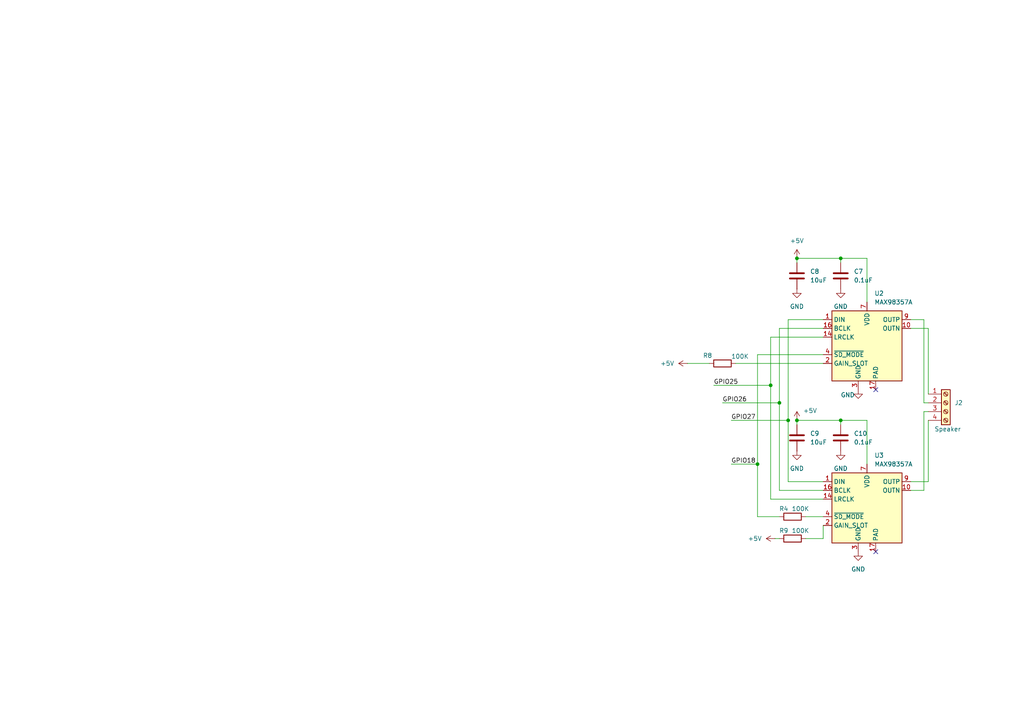
<source format=kicad_sch>
(kicad_sch (version 20250114) (generator "eeschema") (generator_version "9.0")
  (paper "A4")
  (lib_symbols
    (symbol "Audio:MAX98357A"
      (property "Reference" "U" (at -8.89 11.43 0))
      (property "Value" "MAX98357A" (at 10.16 11.43 0))
      (symbol "MAX98357A_1_1"
        (rectangle (start -10.16 10.16) (end 10.16 -10.16) (stroke (width 0.254)) (fill (type background)))
        (pin input line (at -12.7 7.62 0) (length 2.54) (name "DIN") (number "1"))
        (pin input line (at -12.7 5.08 0) (length 2.54) (name "BCLK") (number "16"))
        (pin input line (at -12.7 2.54 0) (length 2.54) (name "LRCLK") (number "14"))
        (pin input line (at -12.7 -2.54 0) (length 2.54) (name "~{SD_MODE}") (number "4"))
        (pin passive line (at -12.7 -5.08 0) (length 2.54) (name "GAIN_SLOT") (number "2"))
        (pin passive line (at -2.54 -12.7 90) (length 2.54) (hide yes) (name "GND") (number "11"))
        (pin passive line (at -2.54 -12.7 90) (length 2.54) (hide yes) (name "GND") (number "15"))
        (pin power_in line (at -2.54 -12.7 90) (length 2.54) (name "GND") (number "3"))
        (pin power_in line (at 0 12.7 270) (length 2.54) (name "VDD") (number "7"))
        (pin passive line (at 0 12.7 270) (length 2.54) (hide yes) (name "VDD") (number "8"))
        (pin unspecified line (at 2.54 -12.7 90) (length 2.54) (name "PAD") (number "17"))
        (pin no_connect line (at 10.16 2.54 180) (length 2.54) (hide yes) (name "NC") (number "5"))
        (pin no_connect line (at 10.16 0 180) (length 2.54) (hide yes) (name "NC") (number "6"))
        (pin no_connect line (at 10.16 -5.08 180) (length 2.54) (hide yes) (name "NC") (number "12"))
        (pin no_connect line (at 10.16 -7.62 180) (length 2.54) (hide yes) (name "NC") (number "13"))
        (pin output line (at 12.7 7.62 180) (length 2.54) (name "OUTP") (number "9"))
        (pin output line (at 12.7 5.08 180) (length 2.54) (name "OUTN") (number "10"))
      )
    )
    (symbol "Connector:Screw_Terminal_01x04" (pin_names (offset 1.016) (hide yes))
      (property "Reference" "J" (at 0 5.08 0))
      (property "Value" "Screw_Terminal_01x04" (at 0 -7.62 0))
      (symbol "Screw_Terminal_01x04_1_1"
        (rectangle (start -1.27 3.81) (end 1.27 -6.35) (stroke (width 0.254)) (fill (type background)))
        (polyline (pts (xy -0.5334 2.8702) (xy 0.3302 2.032)) (stroke (width 0.1524)))
        (polyline (pts (xy -0.5334 0.3302) (xy 0.3302 -0.508)) (stroke (width 0.1524)))
        (polyline (pts (xy -0.5334 -2.2098) (xy 0.3302 -3.048)) (stroke (width 0.1524)))
        (polyline (pts (xy -0.5334 -4.7498) (xy 0.3302 -5.588)) (stroke (width 0.1524)))
        (polyline (pts (xy -0.3556 3.048) (xy 0.508 2.2098)) (stroke (width 0.1524)))
        (polyline (pts (xy -0.3556 0.508) (xy 0.508 -0.3302)) (stroke (width 0.1524)))
        (polyline (pts (xy -0.3556 -2.032) (xy 0.508 -2.8702)) (stroke (width 0.1524)))
        (polyline (pts (xy -0.3556 -4.572) (xy 0.508 -5.4102)) (stroke (width 0.1524)))
        (circle (center 0 2.54) (radius 0.635) (stroke (width 0.1524)))
        (circle (center 0 0) (radius 0.635) (stroke (width 0.1524)))
        (circle (center 0 -2.54) (radius 0.635) (stroke (width 0.1524)))
        (circle (center 0 -5.08) (radius 0.635) (stroke (width 0.1524)))
        (pin passive line (at -5.08 2.54 0) (length 3.81) (name "Pin_1") (number "1"))
        (pin passive line (at -5.08 0 0) (length 3.81) (name "Pin_2") (number "2"))
        (pin passive line (at -5.08 -2.54 0) (length 3.81) (name "Pin_3") (number "3"))
        (pin passive line (at -5.08 -5.08 0) (length 3.81) (name "Pin_4") (number "4"))
      )
    )
    (symbol "Device:C" (pin_numbers (hide yes)) (pin_names (offset 0.254))
      (property "Reference" "C" (at 0.635 2.54 0))
      (property "Value" "C" (at 0.635 -2.54 0))
      (symbol "C_0_1"
        (polyline (pts (xy -2.032 0.762) (xy 2.032 0.762)) (stroke (width 0.508)))
        (polyline (pts (xy -2.032 -0.762) (xy 2.032 -0.762)) (stroke (width 0.508)))
      )
      (symbol "C_1_1"
        (pin passive line (at 0 3.81 270) (length 2.794) (name "~") (number "1"))
        (pin passive line (at 0 -3.81 90) (length 2.794) (name "~") (number "2"))
      )
    )
    (symbol "Device:R" (pin_numbers (hide yes)) (pin_names (offset 0))
      (property "Reference" "R" (at 2.032 0 90))
      (property "Value" "R" (at 0 0 90))
      (symbol "R_0_1"
        (rectangle (start -1.016 -2.54) (end 1.016 2.54) (stroke (width 0.254)))
      )
      (symbol "R_1_1"
        (pin passive line (at 0 3.81 270) (length 1.27) (name "~") (number "1"))
        (pin passive line (at 0 -3.81 90) (length 1.27) (name "~") (number "2"))
      )
    )
    (symbol "power:+5V" (power) (pin_numbers (hide yes)) (pin_names (offset 0) (hide yes))
      (property "Value" "+5V" (at 0 3.556 0))
      (symbol "+5V_0_1"
        (polyline (pts (xy -0.762 1.27) (xy 0 2.54)))
        (polyline (pts (xy 0 2.54) (xy 0.762 1.27)))
        (polyline (pts (xy 0 0) (xy 0 2.54)))
      )
      (symbol "+5V_1_1"
        (pin power_in line (at 0 0 90) (length 0) (name "~") (number "1"))
      )
    )
    (symbol "power:GND" (power) (pin_numbers (hide yes)) (pin_names (offset 0) (hide yes))
      (property "Value" "GND" (at 0 -3.81 0))
      (symbol "GND_0_1"
        (polyline (pts (xy 0 0) (xy 0 -1.27) (xy 1.27 -1.27) (xy 0 -2.54) (xy -1.27 -1.27) (xy 0 -1.27)))
      )
      (symbol "GND_1_1"
        (pin power_in line (at 0 0 270) (length 0) (name "~") (number "1"))
      )
    )
  )
  (junction (at 231.14 74.93))
  (junction (at 243.84 121.92))
  (junction (at 228.6 121.92))
  (junction (at 231.14 121.92))
  (junction (at 219.71 134.62))
  (junction (at 243.84 74.93))
  (junction (at 223.52 111.76))
  (junction (at 226.06 116.84))
  (no_connect (at 254 113.03))
  (no_connect (at 254 160.02))
  (wire (pts (xy 238.76 102.87) (xy 219.71 102.87)))
  (wire (pts (xy 267.97 116.84) (xy 269.24 116.84)))
  (wire (pts (xy 251.46 134.62) (xy 251.46 121.92)))
  (wire (pts (xy 231.14 74.93) (xy 231.14 76.2)))
  (wire (pts (xy 207.01 111.76) (xy 223.52 111.76)))
  (wire (pts (xy 212.09 134.62) (xy 219.71 134.62)))
  (wire (pts (xy 251.46 87.63) (xy 251.46 74.93)))
  (wire (pts (xy 238.76 152.4) (xy 238.76 156.21)))
  (wire (pts (xy 223.52 97.79) (xy 223.52 111.76)))
  (wire (pts (xy 228.6 139.7) (xy 238.76 139.7)))
  (wire (pts (xy 269.24 121.92) (xy 269.24 139.7)))
  (wire (pts (xy 238.76 92.71) (xy 228.6 92.71)))
  (wire (pts (xy 231.14 121.92) (xy 231.14 123.19)))
  (wire (pts (xy 238.76 95.25) (xy 226.06 95.25)))
  (wire (pts (xy 199.39 105.41) (xy 205.74 105.41)))
  (wire (pts (xy 243.84 74.93) (xy 243.84 76.2)))
  (wire (pts (xy 228.6 121.92) (xy 228.6 139.7)))
  (wire (pts (xy 267.97 119.38) (xy 267.97 142.24)))
  (wire (pts (xy 233.68 149.86) (xy 238.76 149.86)))
  (wire (pts (xy 209.55 116.84) (xy 226.06 116.84)))
  (wire (pts (xy 213.36 105.41) (xy 238.76 105.41)))
  (wire (pts (xy 264.16 142.24) (xy 267.97 142.24)))
  (wire (pts (xy 223.52 111.76) (xy 223.52 144.78)))
  (wire (pts (xy 219.71 102.87) (xy 219.71 134.62)))
  (wire (pts (xy 226.06 116.84) (xy 226.06 142.24)))
  (wire (pts (xy 238.76 156.21) (xy 233.68 156.21)))
  (wire (pts (xy 264.16 139.7) (xy 269.24 139.7)))
  (wire (pts (xy 226.06 95.25) (xy 226.06 116.84)))
  (wire (pts (xy 269.24 95.25) (xy 269.24 114.3)))
  (wire (pts (xy 231.14 121.92) (xy 243.84 121.92)))
  (wire (pts (xy 267.97 119.38) (xy 269.24 119.38)))
  (wire (pts (xy 226.06 142.24) (xy 238.76 142.24)))
  (wire (pts (xy 264.16 92.71) (xy 267.97 92.71)))
  (wire (pts (xy 228.6 92.71) (xy 228.6 121.92)))
  (wire (pts (xy 243.84 74.93) (xy 231.14 74.93)))
  (wire (pts (xy 243.84 121.92) (xy 251.46 121.92)))
  (wire (pts (xy 243.84 74.93) (xy 251.46 74.93)))
  (wire (pts (xy 224.79 156.21) (xy 226.06 156.21)))
  (wire (pts (xy 212.09 121.92) (xy 228.6 121.92)))
  (wire (pts (xy 243.84 121.92) (xy 243.84 123.19)))
  (wire (pts (xy 223.52 144.78) (xy 238.76 144.78)))
  (wire (pts (xy 219.71 134.62) (xy 219.71 149.86)))
  (wire (pts (xy 264.16 95.25) (xy 269.24 95.25)))
  (wire (pts (xy 238.76 97.79) (xy 223.52 97.79)))
  (wire (pts (xy 219.71 149.86) (xy 226.06 149.86)))
  (wire (pts (xy 267.97 92.71) (xy 267.97 116.84)))
  (label "GPIO26" (at 209.55 116.84 0))
  (label "GPIO27" (at 212.09 121.92 0))
  (label "GPIO18" (at 212.09 134.62 0))
  (label "GPIO25" (at 207.01 111.76 0))
  (symbol (lib_id "Audio:MAX98357A") (at 251.46 100.33 0) (unit 1)
    (property "Reference" "U2" (at 253.6033 85.09 0) (effects (justify left)))
    (property "Value" "MAX98357A" (at 253.6033 87.63 0) (effects (justify left)))
    (property "Footprint" "Package_DFN_QFN:TQFN-16-1EP_3x3mm_P0.5mm_EP1.23x1.23mm" (effects (hide yes)))
    (property "Datasheet" "https://www.analog.com/media/en/technical-documentation/data-sheets/MAX98357A-MAX98357B.pdf" (effects (hide yes)))
    (property "Description" "Mono DAC with amplifier, I2S, PCM, TDM, 32-bit, 96khz, 3.2W, TQFP-16" (effects (hide yes)))
  )
  (symbol (lib_id "power:GND") (at 248.92 113.03 0) (unit 1)
    (property "Reference" "#PWR021" (effects (hide yes)))
    (property "Value" "GND" (at 245.872 114.554 0))
    (property "Description" "Power symbol creates a global label with name \"GND\" , ground" (effects (hide yes)))
  )
  (symbol (lib_id "power:GND") (at 243.84 130.81 0) (unit 1)
    (property "Reference" "#PWR024" (effects (hide yes)))
    (property "Value" "GND" (at 243.84 135.89 0))
    (property "Description" "Power symbol creates a global label with name \"GND\" , ground" (effects (hide yes)))
  )
  (symbol (lib_id "power:+5V") (at 231.14 74.93 0) (unit 1)
    (property "Reference" "#PWR018" (effects (hide yes)))
    (property "Value" "+5V" (at 231.14 69.85 0))
    (property "Description" "Power symbol creates a global label with name \"+5V\"" (effects (hide yes)))
  )
  (symbol (lib_id "Device:C") (at 231.14 80.01 0) (unit 1)
    (property "Reference" "C8" (at 234.95 78.7399 0) (effects (justify left)))
    (property "Value" "10uF" (at 234.95 81.2799 0) (effects (justify left)))
    (property "Footprint" "Capacitor_SMD:C_0805_2012Metric" (effects (hide yes)))
    (property "Description" "Unpolarized capacitor" (effects (hide yes)))
  )
  (symbol (lib_id "power:GND") (at 231.14 83.82 0) (unit 1)
    (property "Reference" "#PWR016" (effects (hide yes)))
    (property "Value" "GND" (at 231.14 88.9 0))
    (property "Description" "Power symbol creates a global label with name \"GND\" , ground" (effects (hide yes)))
  )
  (symbol (lib_id "power:+5V") (at 199.39 105.41 90) (unit 1)
    (property "Reference" "#PWR019" (effects (hide yes)))
    (property "Value" "+5V" (at 195.58 105.4099 90) (effects (justify left)))
    (property "Description" "Power symbol creates a global label with name \"+5V\"" (effects (hide yes)))
  )
  (symbol (lib_id "power:GND") (at 231.14 130.81 0) (unit 1)
    (property "Reference" "#PWR023" (effects (hide yes)))
    (property "Value" "GND" (at 231.14 135.89 0))
    (property "Description" "Power symbol creates a global label with name \"GND\" , ground" (effects (hide yes)))
  )
  (symbol (lib_id "Device:R") (at 229.87 156.21 90) (unit 1)
    (property "Reference" "R9" (at 227.33 153.924 90))
    (property "Value" "100K" (at 232.156 153.924 90))
    (property "Footprint" "Resistor_SMD:R_0805_2012Metric" (effects (hide yes)))
    (property "Description" "Resistor" (effects (hide yes)))
  )
  (symbol (lib_id "Device:R") (at 209.55 105.41 90) (unit 1)
    (property "Reference" "R8" (at 205.232 103.124 90))
    (property "Value" "100K" (at 214.63 103.378 90))
    (property "Footprint" "Resistor_SMD:R_0805_2012Metric" (effects (hide yes)))
    (property "Description" "Resistor" (effects (hide yes)))
  )
  (symbol (lib_id "power:+5V") (at 224.79 156.21 90) (unit 1)
    (property "Reference" "#PWR020" (effects (hide yes)))
    (property "Value" "+5V" (at 220.98 156.2099 90) (effects (justify left)))
    (property "Description" "Power symbol creates a global label with name \"+5V\"" (effects (hide yes)))
  )
  (symbol (lib_id "Device:C") (at 243.84 127 0) (unit 1)
    (property "Reference" "C10" (at 247.65 125.7299 0) (effects (justify left)))
    (property "Value" "0.1uF" (at 247.65 128.2699 0) (effects (justify left)))
    (property "Footprint" "Capacitor_SMD:C_0805_2012Metric" (effects (hide yes)))
    (property "Description" "Unpolarized capacitor" (effects (hide yes)))
  )
  (symbol (lib_id "power:+5V") (at 231.14 121.92 0) (unit 1)
    (property "Reference" "#PWR025" (effects (hide yes)))
    (property "Value" "+5V" (at 234.95 119.126 0))
    (property "Description" "Power symbol creates a global label with name \"+5V\"" (effects (hide yes)))
  )
  (symbol (lib_id "power:GND") (at 243.84 83.82 0) (unit 1)
    (property "Reference" "#PWR017" (effects (hide yes)))
    (property "Value" "GND" (at 243.84 88.9 0))
    (property "Description" "Power symbol creates a global label with name \"GND\" , ground" (effects (hide yes)))
  )
  (symbol (lib_id "Audio:MAX98357A") (at 251.46 147.32 0) (unit 1)
    (property "Reference" "U3" (at 253.6033 132.08 0) (effects (justify left)))
    (property "Value" "MAX98357A" (at 253.6033 134.62 0) (effects (justify left)))
    (property "Footprint" "Package_DFN_QFN:TQFN-16-1EP_3x3mm_P0.5mm_EP1.23x1.23mm" (effects (hide yes)))
    (property "Datasheet" "https://www.analog.com/media/en/technical-documentation/data-sheets/MAX98357A-MAX98357B.pdf" (effects (hide yes)))
    (property "Description" "Mono DAC with amplifier, I2S, PCM, TDM, 32-bit, 96khz, 3.2W, TQFP-16" (effects (hide yes)))
  )
  (symbol (lib_id "Device:R") (at 229.87 149.86 90) (unit 1)
    (property "Reference" "R4" (at 227.33 147.574 90))
    (property "Value" "100K" (at 232.156 147.574 90))
    (property "Footprint" "Resistor_SMD:R_0805_2012Metric" (effects (hide yes)))
    (property "Description" "Resistor" (effects (hide yes)))
  )
  (symbol (lib_id "Connector:Screw_Terminal_01x04") (at 274.32 116.84 0) (unit 1)
    (property "Reference" "J2" (at 276.86 116.8399 0) (effects (justify left)))
    (property "Value" "Speaker" (at 271.018 124.46 0) (effects (justify left)))
    (property "Footprint" "TerminalBlock:TerminalBlock_MaiXu_MX126-5.0-04P_1x04_P5.00mm" (effects (hide yes)))
    (property "Description" "Generic screw terminal, single row, 01x04, script generated (kicad-library-utils/schlib/autogen/connector/)" (effects (hide yes)))
  )
  (symbol (lib_id "Device:C") (at 231.14 127 0) (unit 1)
    (property "Reference" "C9" (at 234.95 125.7299 0) (effects (justify left)))
    (property "Value" "10uF" (at 234.95 128.2699 0) (effects (justify left)))
    (property "Footprint" "Capacitor_SMD:C_0805_2012Metric" (effects (hide yes)))
    (property "Description" "Unpolarized capacitor" (effects (hide yes)))
  )
  (symbol (lib_id "power:GND") (at 248.92 160.02 0) (unit 1)
    (property "Reference" "#PWR022" (effects (hide yes)))
    (property "Value" "GND" (at 248.92 165.1 0))
    (property "Description" "Power symbol creates a global label with name \"GND\" , ground" (effects (hide yes)))
  )
  (symbol (lib_id "Device:C") (at 243.84 80.01 0) (unit 1)
    (property "Reference" "C7" (at 247.65 78.7399 0) (effects (justify left)))
    (property "Value" "0.1uF" (at 247.65 81.2799 0) (effects (justify left)))
    (property "Footprint" "Capacitor_SMD:C_0805_2012Metric" (effects (hide yes)))
    (property "Description" "Unpolarized capacitor" (effects (hide yes)))
  )
)
</source>
